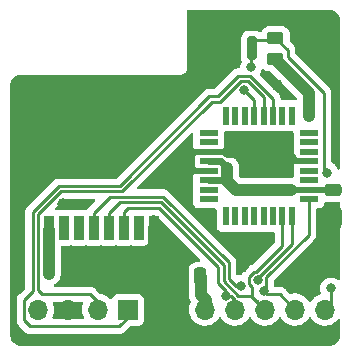
<source format=gbr>
G04 #@! TF.GenerationSoftware,KiCad,Pcbnew,(6.0.11)*
G04 #@! TF.CreationDate,2023-02-12T22:37:00+01:00*
G04 #@! TF.ProjectId,atmega328p-au--e01c-ml01s--bme280--cr2032,61746d65-6761-4333-9238-702d61752d2d,rev?*
G04 #@! TF.SameCoordinates,Original*
G04 #@! TF.FileFunction,Copper,L1,Top*
G04 #@! TF.FilePolarity,Positive*
%FSLAX46Y46*%
G04 Gerber Fmt 4.6, Leading zero omitted, Abs format (unit mm)*
G04 Created by KiCad (PCBNEW (6.0.11)) date 2023-02-12 22:37:00*
%MOMM*%
%LPD*%
G01*
G04 APERTURE LIST*
G04 Aperture macros list*
%AMRoundRect*
0 Rectangle with rounded corners*
0 $1 Rounding radius*
0 $2 $3 $4 $5 $6 $7 $8 $9 X,Y pos of 4 corners*
0 Add a 4 corners polygon primitive as box body*
4,1,4,$2,$3,$4,$5,$6,$7,$8,$9,$2,$3,0*
0 Add four circle primitives for the rounded corners*
1,1,$1+$1,$2,$3*
1,1,$1+$1,$4,$5*
1,1,$1+$1,$6,$7*
1,1,$1+$1,$8,$9*
0 Add four rect primitives between the rounded corners*
20,1,$1+$1,$2,$3,$4,$5,0*
20,1,$1+$1,$4,$5,$6,$7,0*
20,1,$1+$1,$6,$7,$8,$9,0*
20,1,$1+$1,$8,$9,$2,$3,0*%
G04 Aperture macros list end*
G04 #@! TA.AperFunction,SMDPad,CuDef*
%ADD10R,0.900000X2.000000*%
G04 #@! TD*
G04 #@! TA.AperFunction,ComponentPad*
%ADD11R,1.700000X1.700000*%
G04 #@! TD*
G04 #@! TA.AperFunction,ComponentPad*
%ADD12O,1.700000X1.700000*%
G04 #@! TD*
G04 #@! TA.AperFunction,SMDPad,CuDef*
%ADD13RoundRect,0.250000X-0.250000X-0.475000X0.250000X-0.475000X0.250000X0.475000X-0.250000X0.475000X0*%
G04 #@! TD*
G04 #@! TA.AperFunction,SMDPad,CuDef*
%ADD14RoundRect,0.250000X0.250000X0.475000X-0.250000X0.475000X-0.250000X-0.475000X0.250000X-0.475000X0*%
G04 #@! TD*
G04 #@! TA.AperFunction,SMDPad,CuDef*
%ADD15RoundRect,0.200000X0.200000X0.800000X-0.200000X0.800000X-0.200000X-0.800000X0.200000X-0.800000X0*%
G04 #@! TD*
G04 #@! TA.AperFunction,SMDPad,CuDef*
%ADD16RoundRect,0.250000X0.475000X-0.250000X0.475000X0.250000X-0.475000X0.250000X-0.475000X-0.250000X0*%
G04 #@! TD*
G04 #@! TA.AperFunction,SMDPad,CuDef*
%ADD17R,1.600000X0.550000*%
G04 #@! TD*
G04 #@! TA.AperFunction,SMDPad,CuDef*
%ADD18R,0.550000X1.600000*%
G04 #@! TD*
G04 #@! TA.AperFunction,SMDPad,CuDef*
%ADD19RoundRect,0.250000X0.450000X-0.262500X0.450000X0.262500X-0.450000X0.262500X-0.450000X-0.262500X0*%
G04 #@! TD*
G04 #@! TA.AperFunction,ViaPad*
%ADD20C,1.000000*%
G04 #@! TD*
G04 #@! TA.AperFunction,ViaPad*
%ADD21C,0.800000*%
G04 #@! TD*
G04 #@! TA.AperFunction,Conductor*
%ADD22C,0.250000*%
G04 #@! TD*
G04 #@! TA.AperFunction,Conductor*
%ADD23C,1.000000*%
G04 #@! TD*
G04 #@! TA.AperFunction,Conductor*
%ADD24C,0.600000*%
G04 #@! TD*
G04 #@! TA.AperFunction,Conductor*
%ADD25C,0.500000*%
G04 #@! TD*
G04 #@! TA.AperFunction,Conductor*
%ADD26C,1.500000*%
G04 #@! TD*
G04 #@! TA.AperFunction,Conductor*
%ADD27C,0.800000*%
G04 #@! TD*
G04 APERTURE END LIST*
D10*
X99314786Y-76473664D03*
X100584786Y-76473664D03*
X101854786Y-76473664D03*
X103124786Y-76473664D03*
X104394786Y-76473664D03*
X105664786Y-76473664D03*
X106934786Y-76473664D03*
X108204786Y-76473664D03*
D11*
X106020000Y-83439000D03*
D12*
X103480000Y-83439000D03*
X100940000Y-83439000D03*
X98400000Y-83439000D03*
D13*
X110250000Y-80600000D03*
X112150000Y-80600000D03*
D14*
X101200000Y-78900000D03*
X99300000Y-78900000D03*
D15*
X116500000Y-61300000D03*
X112300000Y-61300000D03*
D11*
X110000000Y-83400000D03*
D12*
X112540000Y-83400000D03*
X115080000Y-83400000D03*
X117620000Y-83400000D03*
X120160000Y-83400000D03*
X122700000Y-83400000D03*
D16*
X123400000Y-75200000D03*
X123400000Y-73300000D03*
D17*
X112844000Y-68447000D03*
X112844000Y-69247000D03*
X112844000Y-70047000D03*
X112844000Y-70847000D03*
X112844000Y-71647000D03*
X112844000Y-72447000D03*
X112844000Y-73247000D03*
X112844000Y-74047000D03*
D18*
X114294000Y-75497000D03*
X115094000Y-75497000D03*
X115894000Y-75497000D03*
X116694000Y-75497000D03*
X117494000Y-75497000D03*
X118294000Y-75497000D03*
X119094000Y-75497000D03*
X119894000Y-75497000D03*
D17*
X121344000Y-74047000D03*
X121344000Y-73247000D03*
X121344000Y-72447000D03*
X121344000Y-71647000D03*
X121344000Y-70847000D03*
X121344000Y-70047000D03*
X121344000Y-69247000D03*
X121344000Y-68447000D03*
D18*
X119894000Y-66997000D03*
X119094000Y-66997000D03*
X118294000Y-66997000D03*
X117494000Y-66997000D03*
X116694000Y-66997000D03*
X115894000Y-66997000D03*
X115094000Y-66997000D03*
X114294000Y-66997000D03*
D19*
X118500000Y-62225000D03*
X118500000Y-60400000D03*
D20*
X119789819Y-73247000D03*
X99300000Y-80370000D03*
X121360000Y-66980000D03*
X120800000Y-58800000D03*
X115700000Y-79800000D03*
X119824500Y-70675500D03*
X96800000Y-66300000D03*
X122700000Y-60400000D03*
X101190000Y-80390000D03*
X118900000Y-85900000D03*
X122100000Y-80000000D03*
X104300000Y-80200000D03*
X96600000Y-80400000D03*
X123100000Y-76382206D03*
X103900000Y-64400000D03*
X123000000Y-63000000D03*
X100500000Y-74500000D03*
X96800000Y-85700000D03*
X118600000Y-64400000D03*
X98000000Y-64300000D03*
X121500000Y-85900000D03*
X99700000Y-71000000D03*
X116400000Y-85900000D03*
X112327000Y-59800000D03*
D21*
X115550500Y-81412545D03*
X117500000Y-81800000D03*
X114326677Y-82251276D03*
X116999500Y-80934839D03*
X122900000Y-71800000D03*
X115862700Y-64801500D03*
X123200000Y-81600000D03*
X116432666Y-62904177D03*
D22*
X97736000Y-84836000D02*
X105283000Y-84836000D01*
X97225000Y-82575000D02*
X97225000Y-84325000D01*
X100146812Y-72950000D02*
X97930000Y-75166812D01*
X97930000Y-81870000D02*
X97225000Y-82575000D01*
X105313604Y-72950000D02*
X100146812Y-72950000D01*
X97225000Y-84325000D02*
X97736000Y-84836000D01*
X118294000Y-66997000D02*
X118294000Y-65537604D01*
X105283000Y-84836000D02*
X106680000Y-83439000D01*
X118294000Y-65537604D02*
X116383396Y-63627000D01*
X97930000Y-75166812D02*
X97930000Y-81870000D01*
X116383396Y-63627000D02*
X115323000Y-63627000D01*
X115323000Y-63627000D02*
X113600000Y-65350000D01*
X112913604Y-65350000D02*
X105313604Y-72950000D01*
X113600000Y-65350000D02*
X112913604Y-65350000D01*
X105500000Y-73400000D02*
X100333208Y-73400000D01*
X116196500Y-64076500D02*
X115562395Y-64076500D01*
X98711000Y-82111000D02*
X102812000Y-82111000D01*
X117500000Y-65380000D02*
X116196500Y-64076500D01*
X102812000Y-82111000D02*
X104140000Y-83439000D01*
X98380000Y-75353208D02*
X98380000Y-81780000D01*
X98380000Y-81780000D02*
X98711000Y-82111000D01*
X115562395Y-64076500D02*
X113838895Y-65800000D01*
X117494000Y-66997000D02*
X117494000Y-65386000D01*
X113838895Y-65800000D02*
X113100000Y-65800000D01*
X113100000Y-65800000D02*
X105500000Y-73400000D01*
X100333208Y-73400000D02*
X98380000Y-75353208D01*
D23*
X112200000Y-82200000D02*
X112600000Y-82600000D01*
X119789819Y-73247000D02*
X119779638Y-73257181D01*
D24*
X112844000Y-70847000D02*
X113847000Y-70847000D01*
D23*
X118500000Y-62225000D02*
X121360000Y-65085000D01*
X121360000Y-65085000D02*
X121360000Y-66980000D01*
D22*
X118830000Y-62590000D02*
X118830000Y-62370000D01*
D23*
X99300000Y-80370000D02*
X99300000Y-78900000D01*
D25*
X121344000Y-73247000D02*
X123347000Y-73247000D01*
X123347000Y-73247000D02*
X123400000Y-73300000D01*
D22*
X118811000Y-62571000D02*
X118830000Y-62590000D01*
D24*
X114053000Y-72447000D02*
X114200000Y-72300000D01*
D23*
X112600000Y-82600000D02*
X112600000Y-83400000D01*
X112200000Y-82200000D02*
X112200000Y-80650000D01*
X119779638Y-73257181D02*
X115157181Y-73257181D01*
D24*
X113847000Y-70847000D02*
X114400000Y-71400000D01*
X112844000Y-72447000D02*
X114053000Y-72447000D01*
D23*
X115157181Y-73257181D02*
X114400000Y-72500000D01*
X99314786Y-76727664D02*
X99314786Y-78486786D01*
D25*
X119789819Y-73247000D02*
X121344000Y-73247000D01*
D23*
X99295122Y-76708000D02*
X99314786Y-76727664D01*
X114400000Y-72500000D02*
X114400000Y-71400000D01*
X112200000Y-80650000D02*
X112150000Y-80600000D01*
X108204786Y-78053664D02*
X106058450Y-80200000D01*
D26*
X123100000Y-76382206D02*
X123400000Y-76082206D01*
D23*
X112327000Y-61273000D02*
X112300000Y-61300000D01*
D27*
X111252000Y-71230000D02*
X111252000Y-70464000D01*
D26*
X123400000Y-76082206D02*
X123400000Y-75200000D01*
D25*
X111252000Y-70464000D02*
X111669000Y-70047000D01*
X111669000Y-70047000D02*
X112844000Y-70047000D01*
X112844000Y-71647000D02*
X111669000Y-71647000D01*
D23*
X108204786Y-76473664D02*
X108204786Y-78053664D01*
D25*
X111669000Y-71647000D02*
X111252000Y-71230000D01*
D23*
X119196000Y-70047000D02*
X119824500Y-70675500D01*
X114500000Y-70047000D02*
X119196000Y-70047000D01*
X112327000Y-59800000D02*
X112327000Y-61273000D01*
X101200000Y-78900000D02*
X101200000Y-80380000D01*
D25*
X119824500Y-70675500D02*
X119996000Y-70847000D01*
D23*
X110250000Y-83150000D02*
X110000000Y-83400000D01*
X106058450Y-80200000D02*
X104300000Y-80200000D01*
X101200000Y-80380000D02*
X101190000Y-80390000D01*
D25*
X112844000Y-70047000D02*
X114500000Y-70047000D01*
D23*
X110250000Y-80600000D02*
X110250000Y-83150000D01*
D25*
X119996000Y-70847000D02*
X121344000Y-70847000D01*
D22*
X103124786Y-77303664D02*
X103124786Y-76473664D01*
X117809000Y-82109000D02*
X118869000Y-82109000D01*
X114552936Y-79416540D02*
X108986396Y-73850000D01*
X104498450Y-73850000D02*
X103124786Y-75223664D01*
X121300000Y-74091000D02*
X121344000Y-74047000D01*
X108986396Y-73850000D02*
X104498450Y-73850000D01*
X117500000Y-81800000D02*
X117724500Y-81575500D01*
X114552936Y-80816540D02*
X114552936Y-79416540D01*
X115550500Y-81149500D02*
X115600000Y-81100000D01*
X117724500Y-81575500D02*
X117724500Y-80634534D01*
X117724500Y-80634534D02*
X121300000Y-77059034D01*
X115550500Y-81412545D02*
X115550500Y-81149500D01*
X117500000Y-81800000D02*
X117809000Y-82109000D01*
X118869000Y-82109000D02*
X120160000Y-83400000D01*
X115550500Y-81412545D02*
X115148941Y-81412545D01*
X121300000Y-77059034D02*
X121300000Y-74091000D01*
X115148941Y-81412545D02*
X114552936Y-80816540D01*
X103124786Y-75223664D02*
X103124786Y-76473664D01*
X116876403Y-80209839D02*
X119094000Y-77992242D01*
X117620000Y-83400000D02*
X116900000Y-82680000D01*
X116500000Y-81460644D02*
X116274500Y-81235144D01*
X105318450Y-74300000D02*
X108800000Y-74300000D01*
X115325000Y-82225000D02*
X116445000Y-82225000D01*
X116880000Y-82680000D02*
X116500000Y-82300000D01*
X104394786Y-75223664D02*
X105318450Y-74300000D01*
X114102936Y-81002936D02*
X115325000Y-82225000D01*
X116274500Y-80634534D02*
X116699195Y-80209839D01*
X116274500Y-81235144D02*
X116274500Y-80634534D01*
X116699195Y-80209839D02*
X116876403Y-80209839D01*
X116445000Y-82225000D02*
X117620000Y-83400000D01*
X108800000Y-74300000D02*
X114102936Y-79602936D01*
X116900000Y-82680000D02*
X116880000Y-82680000D01*
X104394786Y-76473664D02*
X104394786Y-75223664D01*
X116500000Y-82300000D02*
X116500000Y-81460644D01*
X114102936Y-79602936D02*
X114102936Y-81002936D01*
X119094000Y-77992242D02*
X119094000Y-75497000D01*
X119894000Y-77828638D02*
X119894000Y-75497000D01*
X114326677Y-82251276D02*
X114326677Y-81863073D01*
X106000000Y-74800000D02*
X105664786Y-75135214D01*
X113652936Y-81189332D02*
X113652936Y-79821814D01*
X105664786Y-76473664D02*
X105664786Y-77343786D01*
X116999500Y-80934839D02*
X116999500Y-80723138D01*
X108631122Y-74800000D02*
X106000000Y-74800000D01*
X114714880Y-82251276D02*
X115080000Y-82616396D01*
X114326677Y-81863073D02*
X113652936Y-81189332D01*
X115080000Y-82680000D02*
X115080000Y-83400000D01*
X115080000Y-82616396D02*
X115080000Y-83400000D01*
X114326677Y-82251276D02*
X114714880Y-82251276D01*
X116999500Y-80723138D02*
X119894000Y-77828638D01*
X113652936Y-79821814D02*
X108631122Y-74800000D01*
X105664786Y-75135214D02*
X105664786Y-76473664D01*
X116694000Y-66997000D02*
X116694000Y-65632800D01*
X116432666Y-60546334D02*
X116527000Y-60452000D01*
X116654000Y-60579000D02*
X116527000Y-60452000D01*
X119525000Y-61425000D02*
X119525000Y-62025000D01*
X116432666Y-62904177D02*
X116432666Y-60546334D01*
X118500000Y-60400000D02*
X119525000Y-61425000D01*
X122600000Y-71500000D02*
X122900000Y-71800000D01*
X123200000Y-81600000D02*
X123200000Y-82900000D01*
X116694000Y-60619000D02*
X116527000Y-60452000D01*
X116694000Y-65632800D02*
X115862700Y-64801500D01*
X118811000Y-60579000D02*
X116654000Y-60579000D01*
X123200000Y-82900000D02*
X122700000Y-83400000D01*
X122600000Y-65100000D02*
X122600000Y-71500000D01*
X119525000Y-62025000D02*
X122600000Y-65100000D01*
G04 #@! TA.AperFunction,Conductor*
G36*
X122970018Y-58010000D02*
G01*
X122984851Y-58012310D01*
X122984855Y-58012310D01*
X122993724Y-58013691D01*
X123006397Y-58012034D01*
X123033707Y-58011449D01*
X123161194Y-58022603D01*
X123182817Y-58026415D01*
X123328466Y-58065442D01*
X123349104Y-58072954D01*
X123485760Y-58136678D01*
X123504780Y-58147660D01*
X123628297Y-58234147D01*
X123645122Y-58248265D01*
X123751735Y-58354878D01*
X123765853Y-58371703D01*
X123852340Y-58495220D01*
X123863322Y-58514240D01*
X123927046Y-58650896D01*
X123934557Y-58671534D01*
X123973583Y-58817178D01*
X123977398Y-58838809D01*
X123987947Y-58959393D01*
X123987393Y-58975871D01*
X123987800Y-58975876D01*
X123987690Y-58984853D01*
X123986309Y-58993724D01*
X123987473Y-59002626D01*
X123987473Y-59002628D01*
X123990436Y-59025283D01*
X123991500Y-59041621D01*
X123991500Y-71423793D01*
X123971498Y-71491914D01*
X123917842Y-71538407D01*
X123847568Y-71548511D01*
X123782988Y-71519017D01*
X123745667Y-71462730D01*
X123736568Y-71434726D01*
X123734527Y-71428444D01*
X123639040Y-71263056D01*
X123558432Y-71173531D01*
X123515675Y-71126045D01*
X123515674Y-71126044D01*
X123511253Y-71121134D01*
X123412157Y-71049136D01*
X123362094Y-71012763D01*
X123362093Y-71012762D01*
X123356752Y-71008882D01*
X123350724Y-71006198D01*
X123350722Y-71006197D01*
X123308251Y-70987288D01*
X123254155Y-70941308D01*
X123233500Y-70872181D01*
X123233500Y-65178768D01*
X123234027Y-65167585D01*
X123235702Y-65160092D01*
X123233562Y-65092001D01*
X123233500Y-65088044D01*
X123233500Y-65060144D01*
X123232996Y-65056153D01*
X123232063Y-65044311D01*
X123230923Y-65008036D01*
X123230674Y-65000111D01*
X123228462Y-64992497D01*
X123228461Y-64992492D01*
X123225023Y-64980659D01*
X123221012Y-64961295D01*
X123219467Y-64949064D01*
X123218474Y-64941203D01*
X123215557Y-64933836D01*
X123215556Y-64933831D01*
X123202198Y-64900092D01*
X123198354Y-64888865D01*
X123188230Y-64854022D01*
X123186018Y-64846407D01*
X123175707Y-64828972D01*
X123167012Y-64811224D01*
X123159552Y-64792383D01*
X123133564Y-64756613D01*
X123127048Y-64746693D01*
X123108580Y-64715465D01*
X123108578Y-64715462D01*
X123104542Y-64708638D01*
X123090221Y-64694317D01*
X123077380Y-64679283D01*
X123070131Y-64669306D01*
X123065472Y-64662893D01*
X123031395Y-64634702D01*
X123022616Y-64626712D01*
X120195405Y-61799500D01*
X120161379Y-61737188D01*
X120158500Y-61710405D01*
X120158500Y-61503767D01*
X120159027Y-61492584D01*
X120160702Y-61485091D01*
X120158562Y-61417000D01*
X120158500Y-61413043D01*
X120158500Y-61385144D01*
X120157996Y-61381153D01*
X120157063Y-61369311D01*
X120155923Y-61333036D01*
X120155674Y-61325111D01*
X120153462Y-61317497D01*
X120153461Y-61317492D01*
X120150023Y-61305659D01*
X120146012Y-61286295D01*
X120144467Y-61274064D01*
X120143474Y-61266203D01*
X120140557Y-61258836D01*
X120140556Y-61258831D01*
X120127198Y-61225092D01*
X120123354Y-61213865D01*
X120113230Y-61179022D01*
X120111018Y-61171407D01*
X120100707Y-61153972D01*
X120092012Y-61136224D01*
X120084552Y-61117383D01*
X120058564Y-61081613D01*
X120052048Y-61071693D01*
X120033580Y-61040465D01*
X120033578Y-61040462D01*
X120029542Y-61033638D01*
X120015221Y-61019317D01*
X120002380Y-61004283D01*
X119995131Y-60994306D01*
X119990472Y-60987893D01*
X119956395Y-60959702D01*
X119947616Y-60951712D01*
X119745405Y-60749501D01*
X119711379Y-60687189D01*
X119708500Y-60660406D01*
X119708500Y-60087100D01*
X119697526Y-59981334D01*
X119641550Y-59813554D01*
X119548478Y-59663152D01*
X119423303Y-59538195D01*
X119417072Y-59534354D01*
X119278968Y-59449225D01*
X119278966Y-59449224D01*
X119272738Y-59445385D01*
X119112254Y-59392155D01*
X119111389Y-59391868D01*
X119111387Y-59391868D01*
X119104861Y-59389703D01*
X119098025Y-59389003D01*
X119098022Y-59389002D01*
X119054969Y-59384591D01*
X119000400Y-59379000D01*
X117999600Y-59379000D01*
X117996354Y-59379337D01*
X117996350Y-59379337D01*
X117900692Y-59389262D01*
X117900688Y-59389263D01*
X117893834Y-59389974D01*
X117887298Y-59392155D01*
X117887296Y-59392155D01*
X117755194Y-59436228D01*
X117726054Y-59445950D01*
X117575652Y-59539022D01*
X117450695Y-59664197D01*
X117446855Y-59670427D01*
X117446854Y-59670428D01*
X117366832Y-59800248D01*
X117357885Y-59814762D01*
X117343156Y-59859169D01*
X117302724Y-59917528D01*
X117237160Y-59944764D01*
X117223563Y-59945500D01*
X117187348Y-59945500D01*
X117122077Y-59927276D01*
X117009618Y-59859169D01*
X116993699Y-59849528D01*
X116986452Y-59847257D01*
X116986450Y-59847256D01*
X116862881Y-59808532D01*
X116830062Y-59798247D01*
X116756635Y-59791500D01*
X116753737Y-59791500D01*
X116499335Y-59791501D01*
X116243366Y-59791501D01*
X116240508Y-59791764D01*
X116240499Y-59791764D01*
X116204996Y-59795026D01*
X116169938Y-59798247D01*
X116163560Y-59800246D01*
X116163559Y-59800246D01*
X116013550Y-59847256D01*
X116013548Y-59847257D01*
X116006301Y-59849528D01*
X115859619Y-59938361D01*
X115738361Y-60059619D01*
X115649528Y-60206301D01*
X115598247Y-60369938D01*
X115591500Y-60443365D01*
X115591501Y-62156634D01*
X115598247Y-62230062D01*
X115600246Y-62236440D01*
X115600246Y-62236441D01*
X115643127Y-62373273D01*
X115644411Y-62444258D01*
X115632014Y-62473947D01*
X115598139Y-62532621D01*
X115539124Y-62714249D01*
X115538435Y-62720808D01*
X115538434Y-62720811D01*
X115521686Y-62880161D01*
X115494673Y-62945817D01*
X115436451Y-62986447D01*
X115386921Y-62992154D01*
X115383091Y-62991298D01*
X115375167Y-62991547D01*
X115315001Y-62993438D01*
X115311043Y-62993500D01*
X115283144Y-62993500D01*
X115279154Y-62994004D01*
X115267320Y-62994936D01*
X115223111Y-62996326D01*
X115215497Y-62998538D01*
X115215492Y-62998539D01*
X115203659Y-63001977D01*
X115184296Y-63005988D01*
X115164203Y-63008526D01*
X115156836Y-63011443D01*
X115156831Y-63011444D01*
X115123092Y-63024802D01*
X115111865Y-63028646D01*
X115069407Y-63040982D01*
X115062581Y-63045019D01*
X115051972Y-63051293D01*
X115034224Y-63059988D01*
X115015383Y-63067448D01*
X115008967Y-63072110D01*
X115008966Y-63072110D01*
X114979613Y-63093436D01*
X114969693Y-63099952D01*
X114938465Y-63118420D01*
X114938462Y-63118422D01*
X114931638Y-63122458D01*
X114917317Y-63136779D01*
X114902284Y-63149619D01*
X114885893Y-63161528D01*
X114880842Y-63167634D01*
X114857702Y-63195605D01*
X114849712Y-63204384D01*
X113374500Y-64679595D01*
X113312188Y-64713621D01*
X113285405Y-64716500D01*
X112992371Y-64716500D01*
X112981188Y-64715973D01*
X112973695Y-64714298D01*
X112965769Y-64714547D01*
X112965768Y-64714547D01*
X112905618Y-64716438D01*
X112901659Y-64716500D01*
X112873748Y-64716500D01*
X112869814Y-64716997D01*
X112869813Y-64716997D01*
X112869748Y-64717005D01*
X112857911Y-64717938D01*
X112825653Y-64718952D01*
X112821634Y-64719078D01*
X112813715Y-64719327D01*
X112794261Y-64724979D01*
X112774904Y-64728987D01*
X112762674Y-64730532D01*
X112762673Y-64730532D01*
X112754807Y-64731526D01*
X112747436Y-64734445D01*
X112747434Y-64734445D01*
X112713692Y-64747804D01*
X112702462Y-64751649D01*
X112667621Y-64761771D01*
X112667620Y-64761771D01*
X112660011Y-64763982D01*
X112653192Y-64768015D01*
X112653187Y-64768017D01*
X112642576Y-64774293D01*
X112624828Y-64782988D01*
X112605987Y-64790448D01*
X112599571Y-64795110D01*
X112599570Y-64795110D01*
X112570217Y-64816436D01*
X112560297Y-64822952D01*
X112529069Y-64841420D01*
X112529066Y-64841422D01*
X112522242Y-64845458D01*
X112507921Y-64859779D01*
X112492888Y-64872619D01*
X112476497Y-64884528D01*
X112448306Y-64918605D01*
X112440316Y-64927384D01*
X105088104Y-72279595D01*
X105025792Y-72313621D01*
X104999009Y-72316500D01*
X100225580Y-72316500D01*
X100214397Y-72315973D01*
X100206904Y-72314298D01*
X100198978Y-72314547D01*
X100198977Y-72314547D01*
X100138814Y-72316438D01*
X100134856Y-72316500D01*
X100106956Y-72316500D01*
X100102966Y-72317004D01*
X100091132Y-72317936D01*
X100046923Y-72319326D01*
X100039307Y-72321539D01*
X100039305Y-72321539D01*
X100027464Y-72324979D01*
X100008105Y-72328988D01*
X100006795Y-72329154D01*
X99988015Y-72331526D01*
X99980649Y-72334442D01*
X99980643Y-72334444D01*
X99946910Y-72347800D01*
X99935680Y-72351645D01*
X99900829Y-72361770D01*
X99893219Y-72363981D01*
X99886396Y-72368016D01*
X99875778Y-72374295D01*
X99858025Y-72382992D01*
X99850380Y-72386019D01*
X99839195Y-72390448D01*
X99832780Y-72395109D01*
X99803424Y-72416437D01*
X99793507Y-72422951D01*
X99755450Y-72445458D01*
X99741129Y-72459779D01*
X99726096Y-72472619D01*
X99709705Y-72484528D01*
X99704654Y-72490634D01*
X99681514Y-72518605D01*
X99673524Y-72527384D01*
X97537747Y-74663160D01*
X97529461Y-74670700D01*
X97522982Y-74674812D01*
X97517557Y-74680589D01*
X97476357Y-74724463D01*
X97473602Y-74727305D01*
X97453865Y-74747042D01*
X97451385Y-74750239D01*
X97443682Y-74759259D01*
X97413414Y-74791491D01*
X97409595Y-74798437D01*
X97409593Y-74798440D01*
X97403652Y-74809246D01*
X97392801Y-74825765D01*
X97380386Y-74841771D01*
X97377241Y-74849040D01*
X97377238Y-74849044D01*
X97362826Y-74882349D01*
X97357609Y-74892999D01*
X97336305Y-74931752D01*
X97334334Y-74939427D01*
X97334334Y-74939428D01*
X97331267Y-74951374D01*
X97324863Y-74970078D01*
X97324436Y-74971066D01*
X97316819Y-74988667D01*
X97315580Y-74996490D01*
X97315577Y-74996500D01*
X97309901Y-75032336D01*
X97307495Y-75043956D01*
X97296500Y-75086782D01*
X97296500Y-75107036D01*
X97294949Y-75126746D01*
X97291780Y-75146755D01*
X97292526Y-75154647D01*
X97295941Y-75190773D01*
X97296500Y-75202631D01*
X97296500Y-81555405D01*
X97276498Y-81623526D01*
X97259595Y-81644501D01*
X97018157Y-81885938D01*
X96832742Y-82071353D01*
X96824463Y-82078887D01*
X96817982Y-82083000D01*
X96783083Y-82120164D01*
X96771357Y-82132651D01*
X96768602Y-82135493D01*
X96748865Y-82155230D01*
X96746385Y-82158427D01*
X96738682Y-82167447D01*
X96708414Y-82199679D01*
X96704595Y-82206625D01*
X96704593Y-82206628D01*
X96698652Y-82217434D01*
X96687801Y-82233953D01*
X96675386Y-82249959D01*
X96672241Y-82257228D01*
X96672238Y-82257232D01*
X96657826Y-82290537D01*
X96652609Y-82301187D01*
X96631305Y-82339940D01*
X96629334Y-82347615D01*
X96629334Y-82347616D01*
X96626267Y-82359562D01*
X96619863Y-82378266D01*
X96616338Y-82386413D01*
X96611819Y-82396855D01*
X96610580Y-82404678D01*
X96610577Y-82404688D01*
X96604901Y-82440524D01*
X96602495Y-82452144D01*
X96597581Y-82471285D01*
X96591500Y-82494970D01*
X96591500Y-82515224D01*
X96589949Y-82534934D01*
X96586780Y-82554943D01*
X96587526Y-82562835D01*
X96590941Y-82598961D01*
X96591500Y-82610819D01*
X96591500Y-84246233D01*
X96590973Y-84257416D01*
X96589298Y-84264909D01*
X96589547Y-84272835D01*
X96589547Y-84272836D01*
X96591438Y-84332986D01*
X96591500Y-84336945D01*
X96591500Y-84364856D01*
X96591997Y-84368790D01*
X96591997Y-84368791D01*
X96592005Y-84368856D01*
X96592938Y-84380693D01*
X96594327Y-84424889D01*
X96599058Y-84441173D01*
X96599978Y-84444339D01*
X96603987Y-84463700D01*
X96606526Y-84483797D01*
X96609445Y-84491168D01*
X96609445Y-84491170D01*
X96622804Y-84524912D01*
X96626649Y-84536142D01*
X96638982Y-84578593D01*
X96643015Y-84585412D01*
X96643017Y-84585417D01*
X96649293Y-84596028D01*
X96657988Y-84613776D01*
X96665448Y-84632617D01*
X96670110Y-84639033D01*
X96670110Y-84639034D01*
X96691436Y-84668387D01*
X96697952Y-84678307D01*
X96716122Y-84709030D01*
X96720458Y-84716362D01*
X96734779Y-84730683D01*
X96747619Y-84745716D01*
X96759528Y-84762107D01*
X96790792Y-84787971D01*
X96793593Y-84790288D01*
X96802374Y-84798278D01*
X97232353Y-85228258D01*
X97239887Y-85236537D01*
X97244000Y-85243018D01*
X97265095Y-85262827D01*
X97293651Y-85289643D01*
X97296493Y-85292398D01*
X97316230Y-85312135D01*
X97319427Y-85314615D01*
X97328447Y-85322318D01*
X97360679Y-85352586D01*
X97367625Y-85356405D01*
X97367628Y-85356407D01*
X97378434Y-85362348D01*
X97394953Y-85373199D01*
X97410959Y-85385614D01*
X97418228Y-85388759D01*
X97418232Y-85388762D01*
X97451537Y-85403174D01*
X97462187Y-85408391D01*
X97500940Y-85429695D01*
X97508615Y-85431666D01*
X97508616Y-85431666D01*
X97520562Y-85434733D01*
X97539267Y-85441137D01*
X97557855Y-85449181D01*
X97565678Y-85450420D01*
X97565688Y-85450423D01*
X97601524Y-85456099D01*
X97613144Y-85458505D01*
X97644959Y-85466673D01*
X97655970Y-85469500D01*
X97676224Y-85469500D01*
X97695934Y-85471051D01*
X97715943Y-85474220D01*
X97723835Y-85473474D01*
X97742580Y-85471702D01*
X97759962Y-85470059D01*
X97771819Y-85469500D01*
X105204233Y-85469500D01*
X105215416Y-85470027D01*
X105222909Y-85471702D01*
X105230835Y-85471453D01*
X105230836Y-85471453D01*
X105290986Y-85469562D01*
X105294945Y-85469500D01*
X105322856Y-85469500D01*
X105326791Y-85469003D01*
X105326856Y-85468995D01*
X105338693Y-85468062D01*
X105370951Y-85467048D01*
X105374970Y-85466922D01*
X105382889Y-85466673D01*
X105402343Y-85461021D01*
X105421700Y-85457013D01*
X105433930Y-85455468D01*
X105433931Y-85455468D01*
X105441797Y-85454474D01*
X105449168Y-85451555D01*
X105449170Y-85451555D01*
X105482912Y-85438196D01*
X105494142Y-85434351D01*
X105528983Y-85424229D01*
X105528984Y-85424229D01*
X105536593Y-85422018D01*
X105543412Y-85417985D01*
X105543417Y-85417983D01*
X105554028Y-85411707D01*
X105571776Y-85403012D01*
X105590617Y-85395552D01*
X105626387Y-85369564D01*
X105636307Y-85363048D01*
X105667535Y-85344580D01*
X105667538Y-85344578D01*
X105674362Y-85340542D01*
X105688683Y-85326221D01*
X105703717Y-85313380D01*
X105713694Y-85306131D01*
X105720107Y-85301472D01*
X105748298Y-85267395D01*
X105756288Y-85258616D01*
X106180499Y-84834405D01*
X106242811Y-84800379D01*
X106269594Y-84797500D01*
X106918134Y-84797500D01*
X106980316Y-84790745D01*
X107116705Y-84739615D01*
X107233261Y-84652261D01*
X107320615Y-84535705D01*
X107371745Y-84399316D01*
X107378500Y-84337134D01*
X107378500Y-82540866D01*
X107371745Y-82478684D01*
X107320615Y-82342295D01*
X107233261Y-82225739D01*
X107116705Y-82138385D01*
X106980316Y-82087255D01*
X106918134Y-82080500D01*
X105121866Y-82080500D01*
X105059684Y-82087255D01*
X104923295Y-82138385D01*
X104806739Y-82225739D01*
X104719385Y-82342295D01*
X104716233Y-82350703D01*
X104674919Y-82460907D01*
X104632277Y-82517671D01*
X104565716Y-82542371D01*
X104496367Y-82527163D01*
X104463743Y-82501476D01*
X104413151Y-82445875D01*
X104413142Y-82445866D01*
X104409670Y-82442051D01*
X104405619Y-82438852D01*
X104405615Y-82438848D01*
X104238414Y-82306800D01*
X104238410Y-82306798D01*
X104234359Y-82303598D01*
X104220576Y-82295989D01*
X104142405Y-82252837D01*
X104038789Y-82195638D01*
X104033920Y-82193914D01*
X104033916Y-82193912D01*
X103833087Y-82122795D01*
X103833083Y-82122794D01*
X103828212Y-82121069D01*
X103733071Y-82104122D01*
X103666075Y-82069171D01*
X103315647Y-81718742D01*
X103308113Y-81710463D01*
X103304000Y-81703982D01*
X103254348Y-81657356D01*
X103251507Y-81654602D01*
X103231770Y-81634865D01*
X103228573Y-81632385D01*
X103219551Y-81624680D01*
X103201358Y-81607596D01*
X103187321Y-81594414D01*
X103180375Y-81590595D01*
X103180372Y-81590593D01*
X103169566Y-81584652D01*
X103153047Y-81573801D01*
X103150468Y-81571801D01*
X103137041Y-81561386D01*
X103129772Y-81558241D01*
X103129768Y-81558238D01*
X103096463Y-81543826D01*
X103085813Y-81538609D01*
X103047060Y-81517305D01*
X103027437Y-81512267D01*
X103008734Y-81505863D01*
X102997420Y-81500967D01*
X102997419Y-81500967D01*
X102990145Y-81497819D01*
X102982322Y-81496580D01*
X102982312Y-81496577D01*
X102946476Y-81490901D01*
X102934856Y-81488495D01*
X102899711Y-81479472D01*
X102899710Y-81479472D01*
X102892030Y-81477500D01*
X102871776Y-81477500D01*
X102852065Y-81475949D01*
X102839886Y-81474020D01*
X102832057Y-81472780D01*
X102824165Y-81473526D01*
X102788039Y-81476941D01*
X102776181Y-81477500D01*
X99873262Y-81477500D01*
X99805141Y-81457498D01*
X99758648Y-81403842D01*
X99748544Y-81333568D01*
X99778038Y-81268988D01*
X99816451Y-81239034D01*
X99837503Y-81228400D01*
X99837505Y-81228399D01*
X99842996Y-81225625D01*
X99847721Y-81221934D01*
X99847921Y-81221803D01*
X99849398Y-81220851D01*
X99849571Y-81220741D01*
X99854890Y-81217960D01*
X99925741Y-81160994D01*
X99927120Y-81159900D01*
X99993992Y-81107654D01*
X99998847Y-81103861D01*
X100002771Y-81099315D01*
X100002923Y-81099166D01*
X100004161Y-81097971D01*
X100004352Y-81097789D01*
X100009025Y-81094032D01*
X100067565Y-81024266D01*
X100068563Y-81023093D01*
X100128078Y-80954145D01*
X100131040Y-80948931D01*
X100131177Y-80948731D01*
X100132181Y-80947286D01*
X100132292Y-80947128D01*
X100136154Y-80942526D01*
X100179984Y-80862798D01*
X100180835Y-80861277D01*
X100222724Y-80787539D01*
X100225769Y-80782179D01*
X100227667Y-80776472D01*
X100227722Y-80776344D01*
X100228418Y-80774750D01*
X100228543Y-80774469D01*
X100231433Y-80769213D01*
X100258947Y-80682478D01*
X100259457Y-80680909D01*
X100288197Y-80594513D01*
X100288950Y-80588559D01*
X100288997Y-80588336D01*
X100289374Y-80586620D01*
X100289420Y-80586416D01*
X100291235Y-80580694D01*
X100301384Y-80490218D01*
X100301587Y-80488518D01*
X100303732Y-80471539D01*
X100312985Y-80398295D01*
X100313380Y-80370000D01*
X100309101Y-80326360D01*
X100308500Y-80314064D01*
X100308500Y-78682426D01*
X100309285Y-78668381D01*
X100322893Y-78547059D01*
X100323286Y-78543559D01*
X100323286Y-78108164D01*
X100343288Y-78040043D01*
X100396944Y-77993550D01*
X100449286Y-77982164D01*
X101082920Y-77982164D01*
X101145102Y-77975409D01*
X101175557Y-77963992D01*
X101246363Y-77958809D01*
X101264010Y-77963990D01*
X101294470Y-77975409D01*
X101356652Y-77982164D01*
X102352920Y-77982164D01*
X102415102Y-77975409D01*
X102445557Y-77963992D01*
X102516363Y-77958809D01*
X102534010Y-77963990D01*
X102564470Y-77975409D01*
X102626652Y-77982164D01*
X103622920Y-77982164D01*
X103685102Y-77975409D01*
X103715557Y-77963992D01*
X103786363Y-77958809D01*
X103804010Y-77963990D01*
X103834470Y-77975409D01*
X103896652Y-77982164D01*
X104892920Y-77982164D01*
X104955102Y-77975409D01*
X104985557Y-77963992D01*
X105056363Y-77958809D01*
X105074010Y-77963990D01*
X105104470Y-77975409D01*
X105166652Y-77982164D01*
X106162920Y-77982164D01*
X106225102Y-77975409D01*
X106255557Y-77963992D01*
X106326363Y-77958809D01*
X106344010Y-77963990D01*
X106374470Y-77975409D01*
X106436652Y-77982164D01*
X107432920Y-77982164D01*
X107495102Y-77975409D01*
X107631491Y-77924279D01*
X107748047Y-77836925D01*
X107835401Y-77720369D01*
X107886531Y-77583980D01*
X107893286Y-77521798D01*
X107893286Y-75559500D01*
X107913288Y-75491379D01*
X107966944Y-75444886D01*
X108019286Y-75433500D01*
X108316528Y-75433500D01*
X108384649Y-75453502D01*
X108405623Y-75470405D01*
X112086623Y-79151405D01*
X112120649Y-79213717D01*
X112115584Y-79284532D01*
X112073037Y-79341368D01*
X112006517Y-79366179D01*
X111997528Y-79366500D01*
X111849600Y-79366500D01*
X111846354Y-79366837D01*
X111846350Y-79366837D01*
X111750692Y-79376762D01*
X111750688Y-79376763D01*
X111743834Y-79377474D01*
X111737298Y-79379655D01*
X111737296Y-79379655D01*
X111656533Y-79406600D01*
X111576054Y-79433450D01*
X111425652Y-79526522D01*
X111300695Y-79651697D01*
X111296855Y-79657927D01*
X111296854Y-79657928D01*
X111219755Y-79783006D01*
X111207885Y-79802262D01*
X111152203Y-79970139D01*
X111141500Y-80074600D01*
X111141500Y-80538157D01*
X111140763Y-80551764D01*
X111140506Y-80554135D01*
X111136676Y-80589388D01*
X111140860Y-80637211D01*
X111141021Y-80639053D01*
X111141500Y-80650034D01*
X111141500Y-81125400D01*
X111141837Y-81128646D01*
X111141837Y-81128650D01*
X111151686Y-81223570D01*
X111152474Y-81231166D01*
X111154655Y-81237702D01*
X111154655Y-81237704D01*
X111185024Y-81328730D01*
X111191500Y-81368606D01*
X111191500Y-82138157D01*
X111190763Y-82151764D01*
X111189530Y-82163120D01*
X111186676Y-82189388D01*
X111188184Y-82206628D01*
X111191050Y-82239388D01*
X111191379Y-82244214D01*
X111191500Y-82246686D01*
X111191500Y-82249769D01*
X111192232Y-82257232D01*
X111195690Y-82292506D01*
X111195812Y-82293819D01*
X111203913Y-82386413D01*
X111205400Y-82391532D01*
X111205920Y-82396833D01*
X111207699Y-82402724D01*
X111207699Y-82402726D01*
X111232745Y-82485680D01*
X111233117Y-82486934D01*
X111259091Y-82576336D01*
X111261544Y-82581068D01*
X111263084Y-82586169D01*
X111265978Y-82591612D01*
X111306731Y-82668260D01*
X111307331Y-82669403D01*
X111317900Y-82689791D01*
X111331493Y-82759470D01*
X111320325Y-82800828D01*
X111279661Y-82888432D01*
X111260688Y-82929305D01*
X111200989Y-83144570D01*
X111177251Y-83366695D01*
X111177548Y-83371848D01*
X111177548Y-83371851D01*
X111181420Y-83439000D01*
X111190110Y-83589715D01*
X111191247Y-83594761D01*
X111191248Y-83594767D01*
X111215304Y-83701508D01*
X111239222Y-83807639D01*
X111323266Y-84014616D01*
X111374942Y-84098944D01*
X111437291Y-84200688D01*
X111439987Y-84205088D01*
X111586250Y-84373938D01*
X111758126Y-84516632D01*
X111951000Y-84629338D01*
X112159692Y-84709030D01*
X112164760Y-84710061D01*
X112164763Y-84710062D01*
X112223308Y-84721973D01*
X112378597Y-84753567D01*
X112383772Y-84753757D01*
X112383774Y-84753757D01*
X112596673Y-84761564D01*
X112596677Y-84761564D01*
X112601837Y-84761753D01*
X112606957Y-84761097D01*
X112606959Y-84761097D01*
X112818288Y-84734025D01*
X112818289Y-84734025D01*
X112823416Y-84733368D01*
X112828366Y-84731883D01*
X113032429Y-84670661D01*
X113032434Y-84670659D01*
X113037384Y-84669174D01*
X113237994Y-84570896D01*
X113419860Y-84441173D01*
X113428567Y-84432497D01*
X113574435Y-84287137D01*
X113578096Y-84283489D01*
X113637594Y-84200689D01*
X113708453Y-84102077D01*
X113709776Y-84103028D01*
X113756645Y-84059857D01*
X113826580Y-84047625D01*
X113892026Y-84075144D01*
X113919875Y-84106994D01*
X113979987Y-84205088D01*
X114126250Y-84373938D01*
X114298126Y-84516632D01*
X114491000Y-84629338D01*
X114699692Y-84709030D01*
X114704760Y-84710061D01*
X114704763Y-84710062D01*
X114763308Y-84721973D01*
X114918597Y-84753567D01*
X114923772Y-84753757D01*
X114923774Y-84753757D01*
X115136673Y-84761564D01*
X115136677Y-84761564D01*
X115141837Y-84761753D01*
X115146957Y-84761097D01*
X115146959Y-84761097D01*
X115358288Y-84734025D01*
X115358289Y-84734025D01*
X115363416Y-84733368D01*
X115368366Y-84731883D01*
X115572429Y-84670661D01*
X115572434Y-84670659D01*
X115577384Y-84669174D01*
X115777994Y-84570896D01*
X115959860Y-84441173D01*
X115968567Y-84432497D01*
X116114435Y-84287137D01*
X116118096Y-84283489D01*
X116177594Y-84200689D01*
X116248453Y-84102077D01*
X116249776Y-84103028D01*
X116296645Y-84059857D01*
X116366580Y-84047625D01*
X116432026Y-84075144D01*
X116459875Y-84106994D01*
X116519987Y-84205088D01*
X116666250Y-84373938D01*
X116838126Y-84516632D01*
X117031000Y-84629338D01*
X117239692Y-84709030D01*
X117244760Y-84710061D01*
X117244763Y-84710062D01*
X117303308Y-84721973D01*
X117458597Y-84753567D01*
X117463772Y-84753757D01*
X117463774Y-84753757D01*
X117676673Y-84761564D01*
X117676677Y-84761564D01*
X117681837Y-84761753D01*
X117686957Y-84761097D01*
X117686959Y-84761097D01*
X117898288Y-84734025D01*
X117898289Y-84734025D01*
X117903416Y-84733368D01*
X117908366Y-84731883D01*
X118112429Y-84670661D01*
X118112434Y-84670659D01*
X118117384Y-84669174D01*
X118317994Y-84570896D01*
X118499860Y-84441173D01*
X118508567Y-84432497D01*
X118654435Y-84287137D01*
X118658096Y-84283489D01*
X118717594Y-84200689D01*
X118788453Y-84102077D01*
X118789776Y-84103028D01*
X118836645Y-84059857D01*
X118906580Y-84047625D01*
X118972026Y-84075144D01*
X118999875Y-84106994D01*
X119059987Y-84205088D01*
X119206250Y-84373938D01*
X119378126Y-84516632D01*
X119571000Y-84629338D01*
X119779692Y-84709030D01*
X119784760Y-84710061D01*
X119784763Y-84710062D01*
X119843308Y-84721973D01*
X119998597Y-84753567D01*
X120003772Y-84753757D01*
X120003774Y-84753757D01*
X120216673Y-84761564D01*
X120216677Y-84761564D01*
X120221837Y-84761753D01*
X120226957Y-84761097D01*
X120226959Y-84761097D01*
X120438288Y-84734025D01*
X120438289Y-84734025D01*
X120443416Y-84733368D01*
X120448366Y-84731883D01*
X120652429Y-84670661D01*
X120652434Y-84670659D01*
X120657384Y-84669174D01*
X120857994Y-84570896D01*
X121039860Y-84441173D01*
X121048567Y-84432497D01*
X121194435Y-84287137D01*
X121198096Y-84283489D01*
X121257594Y-84200689D01*
X121328453Y-84102077D01*
X121329776Y-84103028D01*
X121376645Y-84059857D01*
X121446580Y-84047625D01*
X121512026Y-84075144D01*
X121539875Y-84106994D01*
X121599987Y-84205088D01*
X121746250Y-84373938D01*
X121918126Y-84516632D01*
X122111000Y-84629338D01*
X122319692Y-84709030D01*
X122324760Y-84710061D01*
X122324763Y-84710062D01*
X122383308Y-84721973D01*
X122538597Y-84753567D01*
X122543772Y-84753757D01*
X122543774Y-84753757D01*
X122756673Y-84761564D01*
X122756677Y-84761564D01*
X122761837Y-84761753D01*
X122766957Y-84761097D01*
X122766959Y-84761097D01*
X122978288Y-84734025D01*
X122978289Y-84734025D01*
X122983416Y-84733368D01*
X122988366Y-84731883D01*
X123192429Y-84670661D01*
X123192434Y-84670659D01*
X123197384Y-84669174D01*
X123397994Y-84570896D01*
X123579860Y-84441173D01*
X123588567Y-84432497D01*
X123734435Y-84287137D01*
X123738096Y-84283489D01*
X123763177Y-84248585D01*
X123819172Y-84204937D01*
X123889875Y-84198491D01*
X123952840Y-84231294D01*
X123988074Y-84292930D01*
X123991500Y-84322111D01*
X123991500Y-85450633D01*
X123990000Y-85470018D01*
X123987690Y-85484851D01*
X123987690Y-85484855D01*
X123986309Y-85493724D01*
X123987966Y-85506397D01*
X123988551Y-85533707D01*
X123977398Y-85661191D01*
X123973585Y-85682817D01*
X123952174Y-85762724D01*
X123934558Y-85828466D01*
X123927046Y-85849104D01*
X123863322Y-85985760D01*
X123852340Y-86004780D01*
X123765853Y-86128297D01*
X123751735Y-86145122D01*
X123645122Y-86251735D01*
X123628297Y-86265853D01*
X123504780Y-86352340D01*
X123485760Y-86363322D01*
X123349104Y-86427046D01*
X123328466Y-86434557D01*
X123182822Y-86473583D01*
X123161194Y-86477397D01*
X123104659Y-86482344D01*
X123040607Y-86487947D01*
X123024129Y-86487393D01*
X123024124Y-86487800D01*
X123015147Y-86487690D01*
X123006276Y-86486309D01*
X122997374Y-86487473D01*
X122997372Y-86487473D01*
X122983548Y-86489281D01*
X122974714Y-86490436D01*
X122958379Y-86491500D01*
X97049367Y-86491500D01*
X97029982Y-86490000D01*
X97015149Y-86487690D01*
X97015145Y-86487690D01*
X97006276Y-86486309D01*
X96993603Y-86487966D01*
X96966293Y-86488551D01*
X96838806Y-86477397D01*
X96817183Y-86473585D01*
X96671531Y-86434557D01*
X96650896Y-86427046D01*
X96514240Y-86363322D01*
X96495220Y-86352340D01*
X96371703Y-86265853D01*
X96354878Y-86251735D01*
X96248265Y-86145122D01*
X96234147Y-86128297D01*
X96147660Y-86004780D01*
X96136678Y-85985760D01*
X96072954Y-85849104D01*
X96065443Y-85828466D01*
X96026417Y-85682822D01*
X96022602Y-85661191D01*
X96012349Y-85543993D01*
X96012374Y-85521758D01*
X96012770Y-85517344D01*
X96013576Y-85512552D01*
X96013729Y-85500000D01*
X96009773Y-85472376D01*
X96008500Y-85454514D01*
X96008500Y-64553250D01*
X96010246Y-64532345D01*
X96012770Y-64517344D01*
X96012770Y-64517341D01*
X96013576Y-64512552D01*
X96013729Y-64500000D01*
X96012542Y-64491709D01*
X96011748Y-64462870D01*
X96022602Y-64338808D01*
X96026417Y-64317178D01*
X96065443Y-64171534D01*
X96072954Y-64150896D01*
X96136678Y-64014240D01*
X96147660Y-63995220D01*
X96234147Y-63871703D01*
X96248265Y-63854878D01*
X96354878Y-63748265D01*
X96371703Y-63734147D01*
X96495220Y-63647660D01*
X96514240Y-63636678D01*
X96650896Y-63572954D01*
X96671534Y-63565443D01*
X96817178Y-63526417D01*
X96838806Y-63522603D01*
X96895341Y-63517656D01*
X96959393Y-63512053D01*
X96975871Y-63512607D01*
X96975876Y-63512200D01*
X96984853Y-63512310D01*
X96993724Y-63513691D01*
X97002626Y-63512527D01*
X97002628Y-63512527D01*
X97017677Y-63510559D01*
X97025286Y-63509564D01*
X97041621Y-63508500D01*
X110491377Y-63508500D01*
X110492148Y-63508502D01*
X110569721Y-63508976D01*
X110598152Y-63500850D01*
X110614915Y-63497272D01*
X110618183Y-63496804D01*
X110644187Y-63493080D01*
X110667564Y-63482451D01*
X110685087Y-63476004D01*
X110709771Y-63468949D01*
X110717365Y-63464157D01*
X110717368Y-63464156D01*
X110734780Y-63453170D01*
X110749865Y-63445030D01*
X110776782Y-63432792D01*
X110796235Y-63416030D01*
X110811239Y-63404927D01*
X110832958Y-63391224D01*
X110838897Y-63384499D01*
X110838901Y-63384496D01*
X110852532Y-63369062D01*
X110864724Y-63357018D01*
X110880327Y-63343573D01*
X110880329Y-63343570D01*
X110887127Y-63337713D01*
X110901094Y-63316165D01*
X110912385Y-63301291D01*
X110923431Y-63288783D01*
X110923432Y-63288782D01*
X110929378Y-63282049D01*
X110941943Y-63255287D01*
X110950263Y-63240309D01*
X110961471Y-63223017D01*
X110961473Y-63223012D01*
X110966352Y-63215485D01*
X110968922Y-63206892D01*
X110968924Y-63206887D01*
X110973711Y-63190880D01*
X110980372Y-63173436D01*
X110987467Y-63158324D01*
X110987468Y-63158322D01*
X110991281Y-63150200D01*
X110995830Y-63120983D01*
X110999613Y-63104268D01*
X111005515Y-63084534D01*
X111005516Y-63084528D01*
X111008086Y-63075934D01*
X111008296Y-63041494D01*
X111008329Y-63040711D01*
X111008500Y-63039614D01*
X111008500Y-63008526D01*
X111008502Y-63007853D01*
X111008952Y-62934215D01*
X111008952Y-62934214D01*
X111008976Y-62930279D01*
X111008592Y-62928935D01*
X111008500Y-62927590D01*
X111008500Y-58134500D01*
X111028502Y-58066379D01*
X111082158Y-58019886D01*
X111134500Y-58008500D01*
X122950633Y-58008500D01*
X122970018Y-58010000D01*
G37*
G04 #@! TD.AperFunction*
G04 #@! TA.AperFunction,Conductor*
G36*
X102175295Y-82764502D02*
G01*
X102221788Y-82818158D01*
X102231892Y-82888432D01*
X102221462Y-82923549D01*
X102202869Y-82963604D01*
X102202865Y-82963616D01*
X102200688Y-82968305D01*
X102140989Y-83183570D01*
X102117251Y-83405695D01*
X102117548Y-83410848D01*
X102117548Y-83410851D01*
X102123011Y-83505590D01*
X102130110Y-83628715D01*
X102131247Y-83633761D01*
X102131248Y-83633767D01*
X102151119Y-83721939D01*
X102179222Y-83846639D01*
X102249890Y-84020673D01*
X102253310Y-84029096D01*
X102260406Y-84099737D01*
X102228184Y-84163000D01*
X102166874Y-84198801D01*
X102136567Y-84202500D01*
X99740917Y-84202500D01*
X99672796Y-84182498D01*
X99626303Y-84128842D01*
X99616199Y-84058568D01*
X99627960Y-84020673D01*
X99665136Y-83945453D01*
X99665137Y-83945451D01*
X99667430Y-83940811D01*
X99732370Y-83727069D01*
X99761529Y-83505590D01*
X99763156Y-83439000D01*
X99744852Y-83216361D01*
X99690431Y-82999702D01*
X99656098Y-82920741D01*
X99647277Y-82850297D01*
X99677943Y-82786265D01*
X99738360Y-82748977D01*
X99771647Y-82744500D01*
X102107174Y-82744500D01*
X102175295Y-82764502D01*
G37*
G04 #@! TD.AperFunction*
G04 #@! TA.AperFunction,Conductor*
G36*
X122874600Y-74308500D02*
G01*
X123865500Y-74308500D01*
X123933621Y-74328502D01*
X123980114Y-74382158D01*
X123991500Y-74434500D01*
X123991500Y-80804802D01*
X123971498Y-80872923D01*
X123917842Y-80919416D01*
X123847568Y-80929520D01*
X123791439Y-80906738D01*
X123662094Y-80812763D01*
X123662093Y-80812762D01*
X123656752Y-80808882D01*
X123650724Y-80806198D01*
X123650722Y-80806197D01*
X123488319Y-80733891D01*
X123488318Y-80733891D01*
X123482288Y-80731206D01*
X123388887Y-80711353D01*
X123301944Y-80692872D01*
X123301939Y-80692872D01*
X123295487Y-80691500D01*
X123104513Y-80691500D01*
X123098061Y-80692872D01*
X123098056Y-80692872D01*
X123011113Y-80711353D01*
X122917712Y-80731206D01*
X122911682Y-80733891D01*
X122911681Y-80733891D01*
X122749278Y-80806197D01*
X122749276Y-80806198D01*
X122743248Y-80808882D01*
X122588747Y-80921134D01*
X122584326Y-80926044D01*
X122584325Y-80926045D01*
X122495842Y-81024316D01*
X122460960Y-81063056D01*
X122440802Y-81097971D01*
X122370900Y-81219045D01*
X122365473Y-81228444D01*
X122306458Y-81410072D01*
X122305768Y-81416633D01*
X122305768Y-81416635D01*
X122290885Y-81558238D01*
X122286496Y-81600000D01*
X122287186Y-81606565D01*
X122305653Y-81782266D01*
X122306458Y-81789928D01*
X122308498Y-81796206D01*
X122358469Y-81950001D01*
X122360497Y-82020968D01*
X122323834Y-82081766D01*
X122277782Y-82108702D01*
X122242955Y-82120086D01*
X122171756Y-82143357D01*
X121973607Y-82246507D01*
X121969474Y-82249610D01*
X121969471Y-82249612D01*
X121810240Y-82369166D01*
X121794965Y-82380635D01*
X121776605Y-82399848D01*
X121679487Y-82501476D01*
X121640629Y-82542138D01*
X121533201Y-82699621D01*
X121478293Y-82744621D01*
X121407768Y-82752792D01*
X121344021Y-82721538D01*
X121323324Y-82697054D01*
X121242822Y-82572617D01*
X121242820Y-82572614D01*
X121240014Y-82568277D01*
X121089670Y-82403051D01*
X121085619Y-82399852D01*
X121085615Y-82399848D01*
X120918414Y-82267800D01*
X120918410Y-82267798D01*
X120914359Y-82264598D01*
X120901016Y-82257232D01*
X120856972Y-82232919D01*
X120718789Y-82156638D01*
X120713920Y-82154914D01*
X120713916Y-82154912D01*
X120513087Y-82083795D01*
X120513083Y-82083794D01*
X120508212Y-82082069D01*
X120503119Y-82081162D01*
X120503116Y-82081161D01*
X120293373Y-82043800D01*
X120293367Y-82043799D01*
X120288284Y-82042894D01*
X120214452Y-82041992D01*
X120070081Y-82040228D01*
X120070079Y-82040228D01*
X120064911Y-82040165D01*
X119844091Y-82073955D01*
X119831532Y-82078060D01*
X119760568Y-82080210D01*
X119703294Y-82047389D01*
X119372652Y-81716747D01*
X119365112Y-81708461D01*
X119361000Y-81701982D01*
X119311348Y-81655356D01*
X119308507Y-81652602D01*
X119288770Y-81632865D01*
X119285573Y-81630385D01*
X119276551Y-81622680D01*
X119250100Y-81597841D01*
X119244321Y-81592414D01*
X119237375Y-81588595D01*
X119237372Y-81588593D01*
X119226566Y-81582652D01*
X119210047Y-81571801D01*
X119202880Y-81566242D01*
X119194041Y-81559386D01*
X119186772Y-81556241D01*
X119186768Y-81556238D01*
X119153463Y-81541826D01*
X119142813Y-81536609D01*
X119104060Y-81515305D01*
X119084437Y-81510267D01*
X119065734Y-81503863D01*
X119054420Y-81498967D01*
X119054419Y-81498967D01*
X119047145Y-81495819D01*
X119039322Y-81494580D01*
X119039312Y-81494577D01*
X119003476Y-81488901D01*
X118991856Y-81486495D01*
X118956711Y-81477472D01*
X118956710Y-81477472D01*
X118949030Y-81475500D01*
X118928776Y-81475500D01*
X118909065Y-81473949D01*
X118906395Y-81473526D01*
X118889057Y-81470780D01*
X118881165Y-81471526D01*
X118845039Y-81474941D01*
X118833181Y-81475500D01*
X118484000Y-81475500D01*
X118415879Y-81455498D01*
X118369386Y-81401842D01*
X118358000Y-81349500D01*
X118358000Y-80949128D01*
X118378002Y-80881007D01*
X118394905Y-80860033D01*
X121692247Y-77562691D01*
X121700537Y-77555147D01*
X121707018Y-77551034D01*
X121753659Y-77501366D01*
X121756413Y-77498525D01*
X121776135Y-77478803D01*
X121778612Y-77475610D01*
X121786317Y-77466589D01*
X121811159Y-77440134D01*
X121816586Y-77434355D01*
X121820407Y-77427405D01*
X121826346Y-77416602D01*
X121837202Y-77400075D01*
X121844757Y-77390336D01*
X121844758Y-77390334D01*
X121849614Y-77384074D01*
X121867174Y-77343494D01*
X121872391Y-77332846D01*
X121889875Y-77301043D01*
X121889876Y-77301041D01*
X121893695Y-77294094D01*
X121898733Y-77274471D01*
X121905137Y-77255768D01*
X121910033Y-77244454D01*
X121910033Y-77244453D01*
X121913181Y-77237179D01*
X121914420Y-77229356D01*
X121914423Y-77229346D01*
X121920099Y-77193510D01*
X121922505Y-77181890D01*
X121931528Y-77146745D01*
X121931528Y-77146744D01*
X121933500Y-77139064D01*
X121933500Y-77118810D01*
X121935051Y-77099099D01*
X121936980Y-77086920D01*
X121938220Y-77079091D01*
X121934059Y-77035072D01*
X121933500Y-77023215D01*
X121933500Y-74956500D01*
X121953502Y-74888379D01*
X122007158Y-74841886D01*
X122059500Y-74830500D01*
X122192134Y-74830500D01*
X122254316Y-74823745D01*
X122390705Y-74772615D01*
X122507261Y-74685261D01*
X122594615Y-74568705D01*
X122645745Y-74432316D01*
X122648042Y-74411172D01*
X122675285Y-74345610D01*
X122733648Y-74305185D01*
X122786147Y-74299437D01*
X122874600Y-74308500D01*
G37*
G04 #@! TD.AperFunction*
G04 #@! TA.AperFunction,Conductor*
G36*
X111453532Y-68446539D02*
G01*
X111510368Y-68489086D01*
X111535179Y-68555606D01*
X111535500Y-68564595D01*
X111535500Y-68770134D01*
X111535869Y-68773531D01*
X111542255Y-68832316D01*
X111539826Y-68832580D01*
X111539826Y-68861420D01*
X111542255Y-68861684D01*
X111535500Y-68923866D01*
X111535500Y-69570134D01*
X111542255Y-69632316D01*
X111593385Y-69768705D01*
X111680739Y-69885261D01*
X111687919Y-69890642D01*
X111762015Y-69946174D01*
X111804530Y-70003033D01*
X111809556Y-70073852D01*
X111775496Y-70136145D01*
X111762016Y-70147825D01*
X111680739Y-70208739D01*
X111593385Y-70325295D01*
X111542255Y-70461684D01*
X111535500Y-70523866D01*
X111535500Y-71170134D01*
X111542255Y-71232316D01*
X111593385Y-71368705D01*
X111680739Y-71485261D01*
X111762015Y-71546174D01*
X111804530Y-71603033D01*
X111809556Y-71673852D01*
X111775496Y-71736145D01*
X111762016Y-71747825D01*
X111680739Y-71808739D01*
X111593385Y-71925295D01*
X111542255Y-72061684D01*
X111535500Y-72123866D01*
X111535500Y-72770134D01*
X111535869Y-72773531D01*
X111542255Y-72832316D01*
X111539826Y-72832580D01*
X111539826Y-72861420D01*
X111542255Y-72861684D01*
X111535500Y-72923866D01*
X111535500Y-73570134D01*
X111535869Y-73573531D01*
X111542255Y-73632316D01*
X111539826Y-73632580D01*
X111539826Y-73661420D01*
X111542255Y-73661684D01*
X111535500Y-73723866D01*
X111535500Y-74370134D01*
X111542255Y-74432316D01*
X111593385Y-74568705D01*
X111680739Y-74685261D01*
X111797295Y-74772615D01*
X111933684Y-74823745D01*
X111995866Y-74830500D01*
X113384500Y-74830500D01*
X113452621Y-74850502D01*
X113499114Y-74904158D01*
X113510500Y-74956500D01*
X113510500Y-76345134D01*
X113517255Y-76407316D01*
X113568385Y-76543705D01*
X113655739Y-76660261D01*
X113772295Y-76747615D01*
X113908684Y-76798745D01*
X113970866Y-76805500D01*
X114617134Y-76805500D01*
X114679316Y-76798745D01*
X114679580Y-76801174D01*
X114708420Y-76801174D01*
X114708684Y-76798745D01*
X114770866Y-76805500D01*
X115417134Y-76805500D01*
X115479316Y-76798745D01*
X115479580Y-76801174D01*
X115508420Y-76801174D01*
X115508684Y-76798745D01*
X115570866Y-76805500D01*
X116217134Y-76805500D01*
X116279316Y-76798745D01*
X116279580Y-76801174D01*
X116308420Y-76801174D01*
X116308684Y-76798745D01*
X116370866Y-76805500D01*
X117017134Y-76805500D01*
X117079316Y-76798745D01*
X117079580Y-76801174D01*
X117108420Y-76801174D01*
X117108684Y-76798745D01*
X117170866Y-76805500D01*
X117817134Y-76805500D01*
X117879316Y-76798745D01*
X117879580Y-76801174D01*
X117908420Y-76801174D01*
X117908684Y-76798745D01*
X117970866Y-76805500D01*
X118334500Y-76805500D01*
X118402621Y-76825502D01*
X118449114Y-76879158D01*
X118460500Y-76931500D01*
X118460500Y-77677648D01*
X118440498Y-77745769D01*
X118423595Y-77766743D01*
X116638906Y-79551431D01*
X116584952Y-79583336D01*
X116579835Y-79584822D01*
X116560501Y-79588825D01*
X116548263Y-79590371D01*
X116548261Y-79590372D01*
X116540398Y-79591365D01*
X116499281Y-79607645D01*
X116488080Y-79611480D01*
X116445601Y-79623821D01*
X116438782Y-79627854D01*
X116438777Y-79627856D01*
X116428166Y-79634132D01*
X116410416Y-79642829D01*
X116391578Y-79650287D01*
X116385162Y-79654948D01*
X116385161Y-79654949D01*
X116355820Y-79676267D01*
X116345896Y-79682786D01*
X116314655Y-79701261D01*
X116314650Y-79701265D01*
X116307832Y-79705297D01*
X116293508Y-79719621D01*
X116278476Y-79732460D01*
X116262088Y-79744367D01*
X116233907Y-79778432D01*
X116225917Y-79787212D01*
X115882247Y-80130882D01*
X115873961Y-80138422D01*
X115867482Y-80142534D01*
X115862057Y-80148311D01*
X115820857Y-80192185D01*
X115818102Y-80195027D01*
X115798365Y-80214764D01*
X115795885Y-80217961D01*
X115788182Y-80226981D01*
X115757914Y-80259213D01*
X115754095Y-80266159D01*
X115754093Y-80266162D01*
X115748152Y-80276968D01*
X115737301Y-80293487D01*
X115724886Y-80309493D01*
X115721741Y-80316762D01*
X115721738Y-80316766D01*
X115707326Y-80350071D01*
X115702109Y-80360721D01*
X115680805Y-80399474D01*
X115680805Y-80399475D01*
X115678319Y-80398108D01*
X115642976Y-80443425D01*
X115573434Y-80467022D01*
X115500111Y-80469326D01*
X115347588Y-80513638D01*
X115276593Y-80513435D01*
X115216976Y-80474881D01*
X115187668Y-80410217D01*
X115186436Y-80392641D01*
X115186436Y-79495303D01*
X115186963Y-79484119D01*
X115188637Y-79476631D01*
X115186498Y-79408572D01*
X115186436Y-79404615D01*
X115186436Y-79376684D01*
X115185930Y-79372678D01*
X115184997Y-79360832D01*
X115183858Y-79324577D01*
X115183609Y-79316650D01*
X115177958Y-79297198D01*
X115173950Y-79277846D01*
X115172403Y-79265603D01*
X115171410Y-79257743D01*
X115168492Y-79250372D01*
X115155136Y-79216637D01*
X115151291Y-79205410D01*
X115150657Y-79203227D01*
X115138954Y-79162947D01*
X115134920Y-79156125D01*
X115134917Y-79156119D01*
X115128642Y-79145508D01*
X115119946Y-79127758D01*
X115115408Y-79116296D01*
X115115405Y-79116291D01*
X115112488Y-79108923D01*
X115086509Y-79073165D01*
X115079993Y-79063247D01*
X115061511Y-79031997D01*
X115057478Y-79025177D01*
X115043154Y-79010853D01*
X115030312Y-78995818D01*
X115018408Y-78979433D01*
X114984342Y-78951251D01*
X114975563Y-78943262D01*
X109490048Y-73457747D01*
X109482508Y-73449461D01*
X109478396Y-73442982D01*
X109428744Y-73396356D01*
X109425903Y-73393602D01*
X109406166Y-73373865D01*
X109402969Y-73371385D01*
X109393947Y-73363680D01*
X109367496Y-73338841D01*
X109361717Y-73333414D01*
X109354771Y-73329595D01*
X109354768Y-73329593D01*
X109343962Y-73323652D01*
X109327443Y-73312801D01*
X109326979Y-73312441D01*
X109311437Y-73300386D01*
X109304168Y-73297241D01*
X109304164Y-73297238D01*
X109270859Y-73282826D01*
X109260209Y-73277609D01*
X109221456Y-73256305D01*
X109201833Y-73251267D01*
X109183130Y-73244863D01*
X109171816Y-73239967D01*
X109171815Y-73239967D01*
X109164541Y-73236819D01*
X109156718Y-73235580D01*
X109156708Y-73235577D01*
X109120872Y-73229901D01*
X109109252Y-73227495D01*
X109074107Y-73218472D01*
X109074106Y-73218472D01*
X109066426Y-73216500D01*
X109046172Y-73216500D01*
X109026461Y-73214949D01*
X109014282Y-73213020D01*
X109006453Y-73211780D01*
X108998561Y-73212526D01*
X108962435Y-73215941D01*
X108950577Y-73216500D01*
X106883594Y-73216500D01*
X106815473Y-73196498D01*
X106768980Y-73142842D01*
X106758876Y-73072568D01*
X106788370Y-73007988D01*
X106794499Y-73001405D01*
X111320405Y-68475500D01*
X111382717Y-68441474D01*
X111453532Y-68446539D01*
G37*
G04 #@! TD.AperFunction*
G04 #@! TA.AperFunction,Conductor*
G36*
X103182976Y-74053502D02*
G01*
X103229469Y-74107158D01*
X103239573Y-74177432D01*
X103210079Y-74242012D01*
X103203950Y-74248595D01*
X102732533Y-74720012D01*
X102724247Y-74727552D01*
X102717768Y-74731664D01*
X102712343Y-74737441D01*
X102671143Y-74781315D01*
X102668388Y-74784157D01*
X102648651Y-74803894D01*
X102646171Y-74807091D01*
X102638468Y-74816111D01*
X102608200Y-74848343D01*
X102604381Y-74855289D01*
X102604379Y-74855292D01*
X102598438Y-74866098D01*
X102587587Y-74882617D01*
X102575172Y-74898623D01*
X102572025Y-74905894D01*
X102567988Y-74912721D01*
X102566252Y-74911694D01*
X102527641Y-74958096D01*
X102459934Y-74979456D01*
X102428269Y-74976064D01*
X102422500Y-74974692D01*
X102415102Y-74971919D01*
X102352920Y-74965164D01*
X101356652Y-74965164D01*
X101294470Y-74971919D01*
X101264015Y-74983336D01*
X101193209Y-74988519D01*
X101175562Y-74983338D01*
X101145102Y-74971919D01*
X101082920Y-74965164D01*
X100086652Y-74965164D01*
X100024470Y-74971919D01*
X99994015Y-74983336D01*
X99923209Y-74988519D01*
X99905560Y-74983337D01*
X99899859Y-74981200D01*
X99843093Y-74938561D01*
X99818391Y-74872000D01*
X99833596Y-74802651D01*
X99854990Y-74774122D01*
X100558707Y-74070405D01*
X100621019Y-74036379D01*
X100647802Y-74033500D01*
X103114855Y-74033500D01*
X103182976Y-74053502D01*
G37*
G04 #@! TD.AperFunction*
G04 #@! TA.AperFunction,Conductor*
G36*
X119570866Y-68305500D02*
G01*
X119909500Y-68305500D01*
X119977621Y-68325502D01*
X120024114Y-68379158D01*
X120035500Y-68431500D01*
X120035500Y-68770134D01*
X120035869Y-68773531D01*
X120042255Y-68832316D01*
X120039826Y-68832580D01*
X120039826Y-68861420D01*
X120042255Y-68861684D01*
X120035500Y-68923866D01*
X120035500Y-69570134D01*
X120035869Y-69573531D01*
X120042255Y-69632316D01*
X120039826Y-69632580D01*
X120039826Y-69661420D01*
X120042255Y-69661684D01*
X120035500Y-69723866D01*
X120035500Y-70370134D01*
X120042255Y-70432316D01*
X120093385Y-70568705D01*
X120180739Y-70685261D01*
X120187919Y-70690642D01*
X120262015Y-70746174D01*
X120304530Y-70803033D01*
X120309556Y-70873852D01*
X120275496Y-70936145D01*
X120262016Y-70947825D01*
X120180739Y-71008739D01*
X120093385Y-71125295D01*
X120042255Y-71261684D01*
X120035500Y-71323866D01*
X120035500Y-71970134D01*
X120035869Y-71973531D01*
X120042255Y-72032316D01*
X120039826Y-72032580D01*
X120039826Y-72061420D01*
X120042255Y-72061684D01*
X120035500Y-72123866D01*
X120035500Y-72125877D01*
X120011935Y-72192562D01*
X119955845Y-72236087D01*
X119896168Y-72244075D01*
X119822625Y-72236087D01*
X119800430Y-72233676D01*
X119798661Y-72233831D01*
X119796894Y-72233645D01*
X119791015Y-72234180D01*
X119700643Y-72242404D01*
X119700206Y-72242444D01*
X119634393Y-72248202D01*
X119623411Y-72248681D01*
X115627105Y-72248681D01*
X115558984Y-72228679D01*
X115538010Y-72211776D01*
X115445405Y-72119171D01*
X115411379Y-72056859D01*
X115408500Y-72030076D01*
X115408500Y-71350231D01*
X115394080Y-71203167D01*
X115385133Y-71173531D01*
X115338697Y-71019731D01*
X115336916Y-71013831D01*
X115244066Y-70839204D01*
X115168192Y-70746174D01*
X115122960Y-70690713D01*
X115122957Y-70690710D01*
X115119065Y-70685938D01*
X115109568Y-70678081D01*
X114971425Y-70563799D01*
X114971421Y-70563797D01*
X114966675Y-70559870D01*
X114792701Y-70465802D01*
X114707263Y-70439355D01*
X114609652Y-70409139D01*
X114609648Y-70409138D01*
X114603768Y-70407318D01*
X114597644Y-70406674D01*
X114597642Y-70406674D01*
X114591437Y-70406022D01*
X114588857Y-70405751D01*
X114523199Y-70378740D01*
X114512928Y-70369536D01*
X114425234Y-70281842D01*
X114424306Y-70280905D01*
X114366157Y-70221525D01*
X114366156Y-70221524D01*
X114361229Y-70216493D01*
X114324779Y-70193002D01*
X114314454Y-70185583D01*
X114280557Y-70158524D01*
X114250362Y-70143927D01*
X114236945Y-70136398D01*
X114208762Y-70118235D01*
X114202145Y-70115827D01*
X114202140Y-70115824D01*
X114168027Y-70103408D01*
X114156284Y-70098447D01*
X114123597Y-70082646D01*
X114123592Y-70082644D01*
X114117251Y-70079579D01*
X114110395Y-70077996D01*
X114110389Y-70077994D01*
X114087845Y-70072790D01*
X114025969Y-70037977D01*
X113992737Y-69975239D01*
X113998699Y-69904493D01*
X114015361Y-69874454D01*
X114089229Y-69775892D01*
X114089230Y-69775890D01*
X114094615Y-69768705D01*
X114145745Y-69632316D01*
X114152500Y-69570134D01*
X114152500Y-68923866D01*
X114145745Y-68861684D01*
X114148174Y-68861420D01*
X114148174Y-68832580D01*
X114145745Y-68832316D01*
X114152131Y-68773531D01*
X114152500Y-68770134D01*
X114152500Y-68431500D01*
X114172502Y-68363379D01*
X114226158Y-68316886D01*
X114278500Y-68305500D01*
X114617134Y-68305500D01*
X114679316Y-68298745D01*
X114679580Y-68301174D01*
X114708420Y-68301174D01*
X114708684Y-68298745D01*
X114770866Y-68305500D01*
X115417134Y-68305500D01*
X115479316Y-68298745D01*
X115479580Y-68301174D01*
X115508420Y-68301174D01*
X115508684Y-68298745D01*
X115570866Y-68305500D01*
X116217134Y-68305500D01*
X116279316Y-68298745D01*
X116279580Y-68301174D01*
X116308420Y-68301174D01*
X116308684Y-68298745D01*
X116370866Y-68305500D01*
X117017134Y-68305500D01*
X117079316Y-68298745D01*
X117079580Y-68301174D01*
X117108420Y-68301174D01*
X117108684Y-68298745D01*
X117170866Y-68305500D01*
X117817134Y-68305500D01*
X117879316Y-68298745D01*
X117879580Y-68301174D01*
X117908420Y-68301174D01*
X117908684Y-68298745D01*
X117970866Y-68305500D01*
X118617134Y-68305500D01*
X118679316Y-68298745D01*
X118679580Y-68301174D01*
X118708420Y-68301174D01*
X118708684Y-68298745D01*
X118770866Y-68305500D01*
X119417134Y-68305500D01*
X119479316Y-68298745D01*
X119479580Y-68301174D01*
X119508420Y-68301174D01*
X119508684Y-68298745D01*
X119570866Y-68305500D01*
G37*
G04 #@! TD.AperFunction*
G04 #@! TA.AperFunction,Conductor*
G36*
X117501299Y-63021005D02*
G01*
X117534723Y-63044904D01*
X117576697Y-63086805D01*
X117582927Y-63090645D01*
X117582928Y-63090646D01*
X117717238Y-63173436D01*
X117727262Y-63179615D01*
X117775471Y-63195605D01*
X117888611Y-63233132D01*
X117888613Y-63233132D01*
X117895139Y-63235297D01*
X117901975Y-63235997D01*
X117901978Y-63235998D01*
X117944056Y-63240309D01*
X117999600Y-63246000D01*
X118042575Y-63246000D01*
X118110696Y-63266002D01*
X118131670Y-63282905D01*
X120314595Y-65465829D01*
X120348620Y-65528141D01*
X120351500Y-65554924D01*
X120351500Y-65562953D01*
X120331498Y-65631074D01*
X120277842Y-65677567D01*
X120219024Y-65688705D01*
X120217134Y-65688500D01*
X119570866Y-65688500D01*
X119508684Y-65695255D01*
X119508420Y-65692826D01*
X119479580Y-65692826D01*
X119479316Y-65695255D01*
X119420531Y-65688869D01*
X119417134Y-65688500D01*
X119054658Y-65688500D01*
X118986537Y-65668498D01*
X118940044Y-65614842D01*
X118928720Y-65566459D01*
X118927562Y-65529618D01*
X118927500Y-65525659D01*
X118927500Y-65497748D01*
X118926995Y-65493748D01*
X118926062Y-65481905D01*
X118924922Y-65445633D01*
X118924673Y-65437714D01*
X118919022Y-65418262D01*
X118915014Y-65398910D01*
X118913467Y-65386667D01*
X118912474Y-65378807D01*
X118909556Y-65371436D01*
X118896200Y-65337701D01*
X118892355Y-65326474D01*
X118891721Y-65324291D01*
X118880018Y-65284011D01*
X118869707Y-65266576D01*
X118861012Y-65248828D01*
X118853552Y-65229987D01*
X118827564Y-65194217D01*
X118821048Y-65184297D01*
X118802580Y-65153069D01*
X118802578Y-65153066D01*
X118798542Y-65146242D01*
X118784221Y-65131921D01*
X118771380Y-65116887D01*
X118764131Y-65106910D01*
X118759472Y-65100497D01*
X118725395Y-65072306D01*
X118716616Y-65064316D01*
X117211417Y-63559116D01*
X117177391Y-63496804D01*
X117182456Y-63425988D01*
X117191387Y-63407032D01*
X117267193Y-63275733D01*
X117305815Y-63156869D01*
X117325872Y-63095140D01*
X117365946Y-63036535D01*
X117431343Y-63008898D01*
X117501299Y-63021005D01*
G37*
G04 #@! TD.AperFunction*
M02*

</source>
